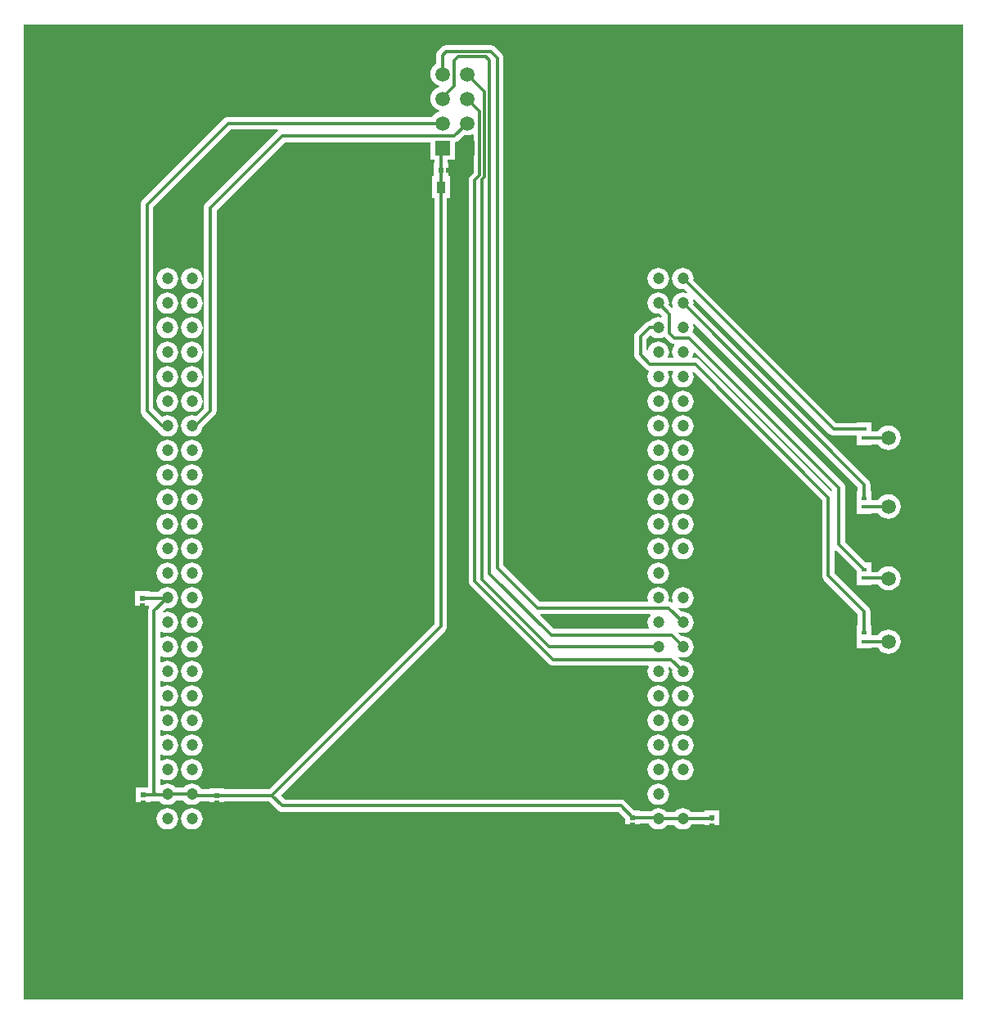
<source format=gtl>
G04*
G04 #@! TF.GenerationSoftware,Altium Limited,Altium NEXUS,1.1.6 (48)*
G04*
G04 Layer_Physical_Order=1*
G04 Layer_Color=255*
%FSLAX25Y25*%
%MOIN*%
G70*
G01*
G75*
%ADD10R,0.02165X0.01772*%
%ADD11R,0.03347X0.05118*%
%ADD12R,0.02047X0.02047*%
%ADD13R,0.02047X0.02047*%
%ADD14C,0.01181*%
%ADD15C,0.05906*%
%ADD16R,0.05906X0.05906*%
%ADD17R,0.05906X0.05906*%
%ADD18C,0.04725*%
%ADD19O,0.04724X0.04725*%
%ADD20R,0.04725X0.04725*%
G36*
X1145571Y86909D02*
X762894Y86910D01*
X762894Y484004D01*
X1145571D01*
X1145571Y86909D01*
D02*
G37*
%LPC*%
G36*
X1021504Y384933D02*
X1020373Y384785D01*
X1019320Y384348D01*
X1018415Y383654D01*
X1017721Y382749D01*
X1017284Y381696D01*
X1017136Y380565D01*
X1017284Y379434D01*
X1017721Y378381D01*
X1018415Y377476D01*
X1019320Y376782D01*
X1020373Y376346D01*
X1021504Y376197D01*
X1022635Y376346D01*
X1023688Y376782D01*
X1024593Y377476D01*
X1025287Y378381D01*
X1025723Y379434D01*
X1025872Y380565D01*
X1025723Y381696D01*
X1025287Y382749D01*
X1024593Y383654D01*
X1023688Y384348D01*
X1022635Y384785D01*
X1021504Y384933D01*
D02*
G37*
G36*
X831504D02*
X830373Y384785D01*
X829320Y384348D01*
X828415Y383654D01*
X827721Y382749D01*
X827285Y381696D01*
X827136Y380565D01*
X827285Y379434D01*
X827721Y378381D01*
X828415Y377476D01*
X829320Y376782D01*
X830373Y376346D01*
X831504Y376197D01*
X832635Y376346D01*
X833688Y376782D01*
X834593Y377476D01*
X835287Y378381D01*
X835723Y379434D01*
X835872Y380565D01*
X835723Y381696D01*
X835287Y382749D01*
X834593Y383654D01*
X833688Y384348D01*
X832635Y384785D01*
X831504Y384933D01*
D02*
G37*
G36*
X821504D02*
X820373Y384785D01*
X819320Y384348D01*
X818415Y383654D01*
X817721Y382749D01*
X817284Y381696D01*
X817136Y380565D01*
X817284Y379434D01*
X817721Y378381D01*
X818415Y377476D01*
X819320Y376782D01*
X820373Y376346D01*
X821504Y376197D01*
X822635Y376346D01*
X823688Y376782D01*
X824593Y377476D01*
X825287Y378381D01*
X825723Y379434D01*
X825872Y380565D01*
X825723Y381696D01*
X825287Y382749D01*
X824593Y383654D01*
X823688Y384348D01*
X822635Y384785D01*
X821504Y384933D01*
D02*
G37*
G36*
X1031504D02*
X1030373Y384785D01*
X1029320Y384348D01*
X1028415Y383654D01*
X1027721Y382749D01*
X1027285Y381696D01*
X1027136Y380565D01*
X1027285Y379434D01*
X1027721Y378381D01*
X1028415Y377476D01*
X1029320Y376782D01*
X1030373Y376346D01*
X1031504Y376197D01*
X1032139Y376280D01*
X1033417Y375002D01*
X1033134Y374578D01*
X1032635Y374785D01*
X1031504Y374934D01*
X1030373Y374785D01*
X1029320Y374348D01*
X1028415Y373654D01*
X1027721Y372749D01*
X1027285Y371696D01*
X1027136Y370565D01*
X1027285Y369434D01*
X1027491Y368935D01*
X1027067Y368652D01*
X1025789Y369931D01*
X1025872Y370565D01*
X1025723Y371696D01*
X1025287Y372749D01*
X1024593Y373654D01*
X1023688Y374348D01*
X1022635Y374785D01*
X1021504Y374934D01*
X1020373Y374785D01*
X1019320Y374348D01*
X1018415Y373654D01*
X1017721Y372749D01*
X1017284Y371696D01*
X1017136Y370565D01*
X1017284Y369434D01*
X1017721Y368381D01*
X1018415Y367476D01*
X1019320Y366782D01*
X1020373Y366346D01*
X1021504Y366197D01*
X1022139Y366280D01*
X1023102Y365317D01*
X1023085Y365139D01*
X1022714Y364847D01*
X1022548Y364796D01*
X1021504Y364933D01*
X1020373Y364785D01*
X1019320Y364348D01*
X1018415Y363654D01*
X1018025Y363146D01*
X1017849D01*
X1017181Y363058D01*
X1016558Y362800D01*
X1016023Y362390D01*
X1012348Y358715D01*
X1011938Y358180D01*
X1011680Y357558D01*
X1011592Y356890D01*
Y349508D01*
X1011680Y348840D01*
X1011938Y348217D01*
X1012348Y347683D01*
X1016187Y343844D01*
X1016721Y343434D01*
X1017344Y343176D01*
X1017477Y343159D01*
X1017671Y342629D01*
X1017284Y341696D01*
X1017136Y340565D01*
X1017284Y339435D01*
X1017721Y338381D01*
X1018415Y337476D01*
X1019320Y336782D01*
X1020373Y336346D01*
X1021504Y336197D01*
X1022635Y336346D01*
X1023688Y336782D01*
X1024593Y337476D01*
X1025287Y338381D01*
X1025723Y339435D01*
X1025872Y340565D01*
X1025723Y341696D01*
X1025354Y342588D01*
X1025601Y343088D01*
X1027407D01*
X1027654Y342588D01*
X1027285Y341696D01*
X1027136Y340565D01*
X1027285Y339435D01*
X1027721Y338381D01*
X1028415Y337476D01*
X1029320Y336782D01*
X1030373Y336346D01*
X1031504Y336197D01*
X1032635Y336346D01*
X1033688Y336782D01*
X1034593Y337476D01*
X1035287Y338381D01*
X1035723Y339435D01*
X1035872Y340565D01*
X1035723Y341696D01*
X1035435Y342393D01*
X1035859Y342676D01*
X1088167Y290368D01*
Y259547D01*
X1088255Y258879D01*
X1088513Y258257D01*
X1088923Y257722D01*
X1102734Y243911D01*
Y239173D01*
X1102264D01*
Y233465D01*
Y229921D01*
X1108366D01*
Y230194D01*
X1110919D01*
X1111707Y229167D01*
X1112735Y228379D01*
X1113932Y227883D01*
X1115217Y227713D01*
X1116501Y227883D01*
X1117698Y228379D01*
X1118726Y229167D01*
X1119515Y230195D01*
X1120011Y231393D01*
X1120180Y232677D01*
X1120011Y233962D01*
X1119515Y235159D01*
X1118726Y236187D01*
X1117698Y236976D01*
X1116501Y237472D01*
X1115217Y237641D01*
X1113932Y237472D01*
X1112735Y236976D01*
X1111707Y236187D01*
X1111069Y235357D01*
X1108366D01*
Y239173D01*
X1107896D01*
Y244980D01*
X1107808Y245648D01*
X1107550Y246271D01*
X1107140Y246806D01*
X1093329Y260616D01*
Y269789D01*
X1093791Y269980D01*
X1102264Y261507D01*
Y259252D01*
Y255709D01*
X1108366D01*
Y255982D01*
X1110919D01*
X1111707Y254955D01*
X1112735Y254166D01*
X1113932Y253670D01*
X1115217Y253501D01*
X1116501Y253670D01*
X1117698Y254166D01*
X1118726Y254955D01*
X1119515Y255983D01*
X1120011Y257180D01*
X1120180Y258465D01*
X1120011Y259749D01*
X1119515Y260946D01*
X1118726Y261974D01*
X1117698Y262763D01*
X1116501Y263259D01*
X1115217Y263428D01*
X1113932Y263259D01*
X1112735Y262763D01*
X1111707Y261974D01*
X1111069Y261144D01*
X1108366D01*
Y264961D01*
X1106111D01*
X1097660Y273412D01*
Y295434D01*
X1097572Y296102D01*
X1097314Y296725D01*
X1096904Y297259D01*
X1035940Y358223D01*
X1035406Y358633D01*
X1035399Y358650D01*
X1035723Y359435D01*
X1035872Y360565D01*
X1035723Y361696D01*
X1035517Y362195D01*
X1035941Y362478D01*
X1102734Y295685D01*
Y293996D01*
X1102264D01*
Y288287D01*
Y284744D01*
X1108366D01*
Y285017D01*
X1111069D01*
X1111707Y284187D01*
X1112735Y283398D01*
X1113932Y282902D01*
X1115217Y282733D01*
X1116501Y282902D01*
X1117698Y283398D01*
X1118726Y284187D01*
X1119515Y285215D01*
X1120011Y286412D01*
X1120180Y287697D01*
X1120011Y288982D01*
X1119515Y290179D01*
X1118726Y291207D01*
X1117698Y291996D01*
X1116501Y292491D01*
X1115217Y292661D01*
X1113932Y292491D01*
X1112735Y291996D01*
X1111707Y291207D01*
X1110919Y290179D01*
X1108366D01*
Y293996D01*
X1107896D01*
Y296754D01*
X1107808Y297422D01*
X1107550Y298045D01*
X1107140Y298579D01*
X1035789Y369931D01*
X1035872Y370565D01*
X1035723Y371696D01*
X1035517Y372195D01*
X1035941Y372478D01*
X1091051Y317368D01*
X1091586Y316958D01*
X1092208Y316700D01*
X1092876Y316612D01*
X1102264D01*
Y312795D01*
X1108366D01*
Y313068D01*
X1111069D01*
X1111707Y312238D01*
X1112735Y311449D01*
X1113932Y310953D01*
X1115217Y310784D01*
X1116501Y310953D01*
X1117698Y311449D01*
X1118726Y312238D01*
X1119515Y313266D01*
X1120011Y314463D01*
X1120180Y315748D01*
X1120011Y317033D01*
X1119515Y318230D01*
X1118726Y319258D01*
X1117698Y320047D01*
X1116501Y320543D01*
X1115217Y320712D01*
X1113932Y320543D01*
X1112735Y320047D01*
X1111707Y319258D01*
X1110919Y318231D01*
X1108366D01*
Y322047D01*
X1102264D01*
Y321774D01*
X1093945D01*
X1035789Y379930D01*
X1035872Y380565D01*
X1035723Y381696D01*
X1035287Y382749D01*
X1034593Y383654D01*
X1033688Y384348D01*
X1032635Y384785D01*
X1031504Y384933D01*
D02*
G37*
G36*
X831504Y374934D02*
X830373Y374785D01*
X829320Y374348D01*
X828415Y373654D01*
X827721Y372749D01*
X827285Y371696D01*
X827136Y370565D01*
X827285Y369434D01*
X827721Y368381D01*
X828415Y367476D01*
X829320Y366782D01*
X830373Y366346D01*
X831504Y366197D01*
X832635Y366346D01*
X833688Y366782D01*
X834593Y367476D01*
X835287Y368381D01*
X835723Y369434D01*
X835872Y370565D01*
X835723Y371696D01*
X835287Y372749D01*
X834593Y373654D01*
X833688Y374348D01*
X832635Y374785D01*
X831504Y374934D01*
D02*
G37*
G36*
X821504D02*
X820373Y374785D01*
X819320Y374348D01*
X818415Y373654D01*
X817721Y372749D01*
X817284Y371696D01*
X817136Y370565D01*
X817284Y369434D01*
X817721Y368381D01*
X818415Y367476D01*
X819320Y366782D01*
X820373Y366346D01*
X821504Y366197D01*
X822635Y366346D01*
X823688Y366782D01*
X824593Y367476D01*
X825287Y368381D01*
X825723Y369434D01*
X825872Y370565D01*
X825723Y371696D01*
X825287Y372749D01*
X824593Y373654D01*
X823688Y374348D01*
X822635Y374785D01*
X821504Y374934D01*
D02*
G37*
G36*
X831504Y364933D02*
X830373Y364785D01*
X829320Y364348D01*
X828415Y363654D01*
X827721Y362749D01*
X827285Y361696D01*
X827136Y360565D01*
X827285Y359435D01*
X827721Y358381D01*
X828415Y357476D01*
X829320Y356782D01*
X830373Y356346D01*
X831504Y356197D01*
X832635Y356346D01*
X833688Y356782D01*
X834593Y357476D01*
X835287Y358381D01*
X835723Y359435D01*
X835872Y360565D01*
X835723Y361696D01*
X835287Y362749D01*
X834593Y363654D01*
X833688Y364348D01*
X832635Y364785D01*
X831504Y364933D01*
D02*
G37*
G36*
X821504D02*
X820373Y364785D01*
X819320Y364348D01*
X818415Y363654D01*
X817721Y362749D01*
X817284Y361696D01*
X817136Y360565D01*
X817284Y359435D01*
X817721Y358381D01*
X818415Y357476D01*
X819320Y356782D01*
X820373Y356346D01*
X821504Y356197D01*
X822635Y356346D01*
X823688Y356782D01*
X824593Y357476D01*
X825287Y358381D01*
X825723Y359435D01*
X825872Y360565D01*
X825723Y361696D01*
X825287Y362749D01*
X824593Y363654D01*
X823688Y364348D01*
X822635Y364785D01*
X821504Y364933D01*
D02*
G37*
G36*
X831504Y354934D02*
X830373Y354785D01*
X829320Y354348D01*
X828415Y353654D01*
X827721Y352749D01*
X827285Y351696D01*
X827136Y350565D01*
X827285Y349434D01*
X827721Y348381D01*
X828415Y347476D01*
X829320Y346782D01*
X830373Y346346D01*
X831504Y346197D01*
X832635Y346346D01*
X833688Y346782D01*
X834593Y347476D01*
X835287Y348381D01*
X835723Y349434D01*
X835872Y350565D01*
X835723Y351696D01*
X835287Y352749D01*
X834593Y353654D01*
X833688Y354348D01*
X832635Y354785D01*
X831504Y354934D01*
D02*
G37*
G36*
X821504D02*
X820373Y354785D01*
X819320Y354348D01*
X818415Y353654D01*
X817721Y352749D01*
X817284Y351696D01*
X817136Y350565D01*
X817284Y349434D01*
X817721Y348381D01*
X818415Y347476D01*
X819320Y346782D01*
X820373Y346346D01*
X821504Y346197D01*
X822635Y346346D01*
X823688Y346782D01*
X824593Y347476D01*
X825287Y348381D01*
X825723Y349434D01*
X825872Y350565D01*
X825723Y351696D01*
X825287Y352749D01*
X824593Y353654D01*
X823688Y354348D01*
X822635Y354785D01*
X821504Y354934D01*
D02*
G37*
G36*
X831504Y344934D02*
X830373Y344785D01*
X829320Y344348D01*
X828415Y343654D01*
X827721Y342749D01*
X827285Y341696D01*
X827136Y340565D01*
X827285Y339435D01*
X827721Y338381D01*
X828415Y337476D01*
X829320Y336782D01*
X830373Y336346D01*
X831504Y336197D01*
X832635Y336346D01*
X833688Y336782D01*
X834593Y337476D01*
X835287Y338381D01*
X835723Y339435D01*
X835872Y340565D01*
X835723Y341696D01*
X835287Y342749D01*
X834593Y343654D01*
X833688Y344348D01*
X832635Y344785D01*
X831504Y344934D01*
D02*
G37*
G36*
X821504D02*
X820373Y344785D01*
X819320Y344348D01*
X818415Y343654D01*
X817721Y342749D01*
X817284Y341696D01*
X817136Y340565D01*
X817284Y339435D01*
X817721Y338381D01*
X818415Y337476D01*
X819320Y336782D01*
X820373Y336346D01*
X821504Y336197D01*
X822635Y336346D01*
X823688Y336782D01*
X824593Y337476D01*
X825287Y338381D01*
X825723Y339435D01*
X825872Y340565D01*
X825723Y341696D01*
X825287Y342749D01*
X824593Y343654D01*
X823688Y344348D01*
X822635Y344785D01*
X821504Y344934D01*
D02*
G37*
G36*
X1031504Y334933D02*
X1030373Y334785D01*
X1029320Y334348D01*
X1028415Y333654D01*
X1027721Y332749D01*
X1027285Y331696D01*
X1027136Y330565D01*
X1027285Y329434D01*
X1027721Y328381D01*
X1028415Y327476D01*
X1029320Y326782D01*
X1030373Y326346D01*
X1031504Y326197D01*
X1032635Y326346D01*
X1033688Y326782D01*
X1034593Y327476D01*
X1035287Y328381D01*
X1035723Y329434D01*
X1035872Y330565D01*
X1035723Y331696D01*
X1035287Y332749D01*
X1034593Y333654D01*
X1033688Y334348D01*
X1032635Y334785D01*
X1031504Y334933D01*
D02*
G37*
G36*
X1021504D02*
X1020373Y334785D01*
X1019320Y334348D01*
X1018415Y333654D01*
X1017721Y332749D01*
X1017284Y331696D01*
X1017136Y330565D01*
X1017284Y329434D01*
X1017721Y328381D01*
X1018415Y327476D01*
X1019320Y326782D01*
X1020373Y326346D01*
X1021504Y326197D01*
X1022635Y326346D01*
X1023688Y326782D01*
X1024593Y327476D01*
X1025287Y328381D01*
X1025723Y329434D01*
X1025872Y330565D01*
X1025723Y331696D01*
X1025287Y332749D01*
X1024593Y333654D01*
X1023688Y334348D01*
X1022635Y334785D01*
X1021504Y334933D01*
D02*
G37*
G36*
X831504D02*
X830373Y334785D01*
X829320Y334348D01*
X828415Y333654D01*
X827721Y332749D01*
X827285Y331696D01*
X827136Y330565D01*
X827285Y329434D01*
X827721Y328381D01*
X828415Y327476D01*
X829320Y326782D01*
X830373Y326346D01*
X831504Y326197D01*
X832635Y326346D01*
X833688Y326782D01*
X834593Y327476D01*
X835287Y328381D01*
X835723Y329434D01*
X835872Y330565D01*
X835723Y331696D01*
X835287Y332749D01*
X834593Y333654D01*
X833688Y334348D01*
X832635Y334785D01*
X831504Y334933D01*
D02*
G37*
G36*
X821504D02*
X820373Y334785D01*
X819320Y334348D01*
X818415Y333654D01*
X817721Y332749D01*
X817284Y331696D01*
X817136Y330565D01*
X817284Y329434D01*
X817721Y328381D01*
X818415Y327476D01*
X819320Y326782D01*
X820373Y326346D01*
X821504Y326197D01*
X822635Y326346D01*
X823688Y326782D01*
X824593Y327476D01*
X825287Y328381D01*
X825723Y329434D01*
X825872Y330565D01*
X825723Y331696D01*
X825287Y332749D01*
X824593Y333654D01*
X823688Y334348D01*
X822635Y334785D01*
X821504Y334933D01*
D02*
G37*
G36*
X1031504Y324934D02*
X1030373Y324785D01*
X1029320Y324348D01*
X1028415Y323654D01*
X1027721Y322749D01*
X1027285Y321696D01*
X1027136Y320565D01*
X1027285Y319434D01*
X1027721Y318381D01*
X1028415Y317476D01*
X1029320Y316782D01*
X1030373Y316346D01*
X1031504Y316197D01*
X1032635Y316346D01*
X1033688Y316782D01*
X1034593Y317476D01*
X1035287Y318381D01*
X1035723Y319434D01*
X1035872Y320565D01*
X1035723Y321696D01*
X1035287Y322749D01*
X1034593Y323654D01*
X1033688Y324348D01*
X1032635Y324785D01*
X1031504Y324934D01*
D02*
G37*
G36*
X1021504D02*
X1020373Y324785D01*
X1019320Y324348D01*
X1018415Y323654D01*
X1017721Y322749D01*
X1017284Y321696D01*
X1017136Y320565D01*
X1017284Y319434D01*
X1017721Y318381D01*
X1018415Y317476D01*
X1019320Y316782D01*
X1020373Y316346D01*
X1021504Y316197D01*
X1022635Y316346D01*
X1023688Y316782D01*
X1024593Y317476D01*
X1025287Y318381D01*
X1025723Y319434D01*
X1025872Y320565D01*
X1025723Y321696D01*
X1025287Y322749D01*
X1024593Y323654D01*
X1023688Y324348D01*
X1022635Y324785D01*
X1021504Y324934D01*
D02*
G37*
G36*
X1031504Y314933D02*
X1030373Y314785D01*
X1029320Y314348D01*
X1028415Y313654D01*
X1027721Y312749D01*
X1027285Y311696D01*
X1027136Y310565D01*
X1027285Y309435D01*
X1027721Y308381D01*
X1028415Y307476D01*
X1029320Y306782D01*
X1030373Y306346D01*
X1031504Y306197D01*
X1032635Y306346D01*
X1033688Y306782D01*
X1034593Y307476D01*
X1035287Y308381D01*
X1035723Y309435D01*
X1035872Y310565D01*
X1035723Y311696D01*
X1035287Y312749D01*
X1034593Y313654D01*
X1033688Y314348D01*
X1032635Y314785D01*
X1031504Y314933D01*
D02*
G37*
G36*
X1021504D02*
X1020373Y314785D01*
X1019320Y314348D01*
X1018415Y313654D01*
X1017721Y312749D01*
X1017284Y311696D01*
X1017136Y310565D01*
X1017284Y309435D01*
X1017721Y308381D01*
X1018415Y307476D01*
X1019320Y306782D01*
X1020373Y306346D01*
X1021504Y306197D01*
X1022635Y306346D01*
X1023688Y306782D01*
X1024593Y307476D01*
X1025287Y308381D01*
X1025723Y309435D01*
X1025872Y310565D01*
X1025723Y311696D01*
X1025287Y312749D01*
X1024593Y313654D01*
X1023688Y314348D01*
X1022635Y314785D01*
X1021504Y314933D01*
D02*
G37*
G36*
X831504D02*
X830373Y314785D01*
X829320Y314348D01*
X828415Y313654D01*
X827721Y312749D01*
X827285Y311696D01*
X827136Y310565D01*
X827285Y309435D01*
X827721Y308381D01*
X828415Y307476D01*
X829320Y306782D01*
X830373Y306346D01*
X831504Y306197D01*
X832635Y306346D01*
X833688Y306782D01*
X834593Y307476D01*
X835287Y308381D01*
X835723Y309435D01*
X835872Y310565D01*
X835723Y311696D01*
X835287Y312749D01*
X834593Y313654D01*
X833688Y314348D01*
X832635Y314785D01*
X831504Y314933D01*
D02*
G37*
G36*
X821504D02*
X820373Y314785D01*
X819320Y314348D01*
X818415Y313654D01*
X817721Y312749D01*
X817284Y311696D01*
X817136Y310565D01*
X817284Y309435D01*
X817721Y308381D01*
X818415Y307476D01*
X819320Y306782D01*
X820373Y306346D01*
X821504Y306197D01*
X822635Y306346D01*
X823688Y306782D01*
X824593Y307476D01*
X825287Y308381D01*
X825723Y309435D01*
X825872Y310565D01*
X825723Y311696D01*
X825287Y312749D01*
X824593Y313654D01*
X823688Y314348D01*
X822635Y314785D01*
X821504Y314933D01*
D02*
G37*
G36*
X1031504Y304934D02*
X1030373Y304785D01*
X1029320Y304348D01*
X1028415Y303654D01*
X1027721Y302749D01*
X1027285Y301696D01*
X1027136Y300565D01*
X1027285Y299434D01*
X1027721Y298381D01*
X1028415Y297476D01*
X1029320Y296782D01*
X1030373Y296346D01*
X1031504Y296197D01*
X1032635Y296346D01*
X1033688Y296782D01*
X1034593Y297476D01*
X1035287Y298381D01*
X1035723Y299434D01*
X1035872Y300565D01*
X1035723Y301696D01*
X1035287Y302749D01*
X1034593Y303654D01*
X1033688Y304348D01*
X1032635Y304785D01*
X1031504Y304934D01*
D02*
G37*
G36*
X1021504D02*
X1020373Y304785D01*
X1019320Y304348D01*
X1018415Y303654D01*
X1017721Y302749D01*
X1017284Y301696D01*
X1017136Y300565D01*
X1017284Y299434D01*
X1017721Y298381D01*
X1018415Y297476D01*
X1019320Y296782D01*
X1020373Y296346D01*
X1021504Y296197D01*
X1022635Y296346D01*
X1023688Y296782D01*
X1024593Y297476D01*
X1025287Y298381D01*
X1025723Y299434D01*
X1025872Y300565D01*
X1025723Y301696D01*
X1025287Y302749D01*
X1024593Y303654D01*
X1023688Y304348D01*
X1022635Y304785D01*
X1021504Y304934D01*
D02*
G37*
G36*
X831504D02*
X830373Y304785D01*
X829320Y304348D01*
X828415Y303654D01*
X827721Y302749D01*
X827285Y301696D01*
X827136Y300565D01*
X827285Y299434D01*
X827721Y298381D01*
X828415Y297476D01*
X829320Y296782D01*
X830373Y296346D01*
X831504Y296197D01*
X832635Y296346D01*
X833688Y296782D01*
X834593Y297476D01*
X835287Y298381D01*
X835723Y299434D01*
X835872Y300565D01*
X835723Y301696D01*
X835287Y302749D01*
X834593Y303654D01*
X833688Y304348D01*
X832635Y304785D01*
X831504Y304934D01*
D02*
G37*
G36*
X821504D02*
X820373Y304785D01*
X819320Y304348D01*
X818415Y303654D01*
X817721Y302749D01*
X817284Y301696D01*
X817136Y300565D01*
X817284Y299434D01*
X817721Y298381D01*
X818415Y297476D01*
X819320Y296782D01*
X820373Y296346D01*
X821504Y296197D01*
X822635Y296346D01*
X823688Y296782D01*
X824593Y297476D01*
X825287Y298381D01*
X825723Y299434D01*
X825872Y300565D01*
X825723Y301696D01*
X825287Y302749D01*
X824593Y303654D01*
X823688Y304348D01*
X822635Y304785D01*
X821504Y304934D01*
D02*
G37*
G36*
X1031504Y294934D02*
X1030373Y294785D01*
X1029320Y294348D01*
X1028415Y293654D01*
X1027721Y292749D01*
X1027285Y291696D01*
X1027136Y290565D01*
X1027285Y289435D01*
X1027721Y288381D01*
X1028415Y287476D01*
X1029320Y286782D01*
X1030373Y286346D01*
X1031504Y286197D01*
X1032635Y286346D01*
X1033688Y286782D01*
X1034593Y287476D01*
X1035287Y288381D01*
X1035723Y289435D01*
X1035872Y290565D01*
X1035723Y291696D01*
X1035287Y292749D01*
X1034593Y293654D01*
X1033688Y294348D01*
X1032635Y294785D01*
X1031504Y294934D01*
D02*
G37*
G36*
X1021504D02*
X1020373Y294785D01*
X1019320Y294348D01*
X1018415Y293654D01*
X1017721Y292749D01*
X1017284Y291696D01*
X1017136Y290565D01*
X1017284Y289435D01*
X1017721Y288381D01*
X1018415Y287476D01*
X1019320Y286782D01*
X1020373Y286346D01*
X1021504Y286197D01*
X1022635Y286346D01*
X1023688Y286782D01*
X1024593Y287476D01*
X1025287Y288381D01*
X1025723Y289435D01*
X1025872Y290565D01*
X1025723Y291696D01*
X1025287Y292749D01*
X1024593Y293654D01*
X1023688Y294348D01*
X1022635Y294785D01*
X1021504Y294934D01*
D02*
G37*
G36*
X831504D02*
X830373Y294785D01*
X829320Y294348D01*
X828415Y293654D01*
X827721Y292749D01*
X827285Y291696D01*
X827136Y290565D01*
X827285Y289435D01*
X827721Y288381D01*
X828415Y287476D01*
X829320Y286782D01*
X830373Y286346D01*
X831504Y286197D01*
X832635Y286346D01*
X833688Y286782D01*
X834593Y287476D01*
X835287Y288381D01*
X835723Y289435D01*
X835872Y290565D01*
X835723Y291696D01*
X835287Y292749D01*
X834593Y293654D01*
X833688Y294348D01*
X832635Y294785D01*
X831504Y294934D01*
D02*
G37*
G36*
X821504D02*
X820373Y294785D01*
X819320Y294348D01*
X818415Y293654D01*
X817721Y292749D01*
X817284Y291696D01*
X817136Y290565D01*
X817284Y289435D01*
X817721Y288381D01*
X818415Y287476D01*
X819320Y286782D01*
X820373Y286346D01*
X821504Y286197D01*
X822635Y286346D01*
X823688Y286782D01*
X824593Y287476D01*
X825287Y288381D01*
X825723Y289435D01*
X825872Y290565D01*
X825723Y291696D01*
X825287Y292749D01*
X824593Y293654D01*
X823688Y294348D01*
X822635Y294785D01*
X821504Y294934D01*
D02*
G37*
G36*
X1031504Y284933D02*
X1030373Y284785D01*
X1029320Y284348D01*
X1028415Y283654D01*
X1027721Y282749D01*
X1027285Y281696D01*
X1027136Y280565D01*
X1027285Y279434D01*
X1027721Y278381D01*
X1028415Y277476D01*
X1029320Y276782D01*
X1030373Y276346D01*
X1031504Y276197D01*
X1032635Y276346D01*
X1033688Y276782D01*
X1034593Y277476D01*
X1035287Y278381D01*
X1035723Y279434D01*
X1035872Y280565D01*
X1035723Y281696D01*
X1035287Y282749D01*
X1034593Y283654D01*
X1033688Y284348D01*
X1032635Y284785D01*
X1031504Y284933D01*
D02*
G37*
G36*
X1021504D02*
X1020373Y284785D01*
X1019320Y284348D01*
X1018415Y283654D01*
X1017721Y282749D01*
X1017284Y281696D01*
X1017136Y280565D01*
X1017284Y279434D01*
X1017721Y278381D01*
X1018415Y277476D01*
X1019320Y276782D01*
X1020373Y276346D01*
X1021504Y276197D01*
X1022635Y276346D01*
X1023688Y276782D01*
X1024593Y277476D01*
X1025287Y278381D01*
X1025723Y279434D01*
X1025872Y280565D01*
X1025723Y281696D01*
X1025287Y282749D01*
X1024593Y283654D01*
X1023688Y284348D01*
X1022635Y284785D01*
X1021504Y284933D01*
D02*
G37*
G36*
X831504D02*
X830373Y284785D01*
X829320Y284348D01*
X828415Y283654D01*
X827721Y282749D01*
X827285Y281696D01*
X827136Y280565D01*
X827285Y279434D01*
X827721Y278381D01*
X828415Y277476D01*
X829320Y276782D01*
X830373Y276346D01*
X831504Y276197D01*
X832635Y276346D01*
X833688Y276782D01*
X834593Y277476D01*
X835287Y278381D01*
X835723Y279434D01*
X835872Y280565D01*
X835723Y281696D01*
X835287Y282749D01*
X834593Y283654D01*
X833688Y284348D01*
X832635Y284785D01*
X831504Y284933D01*
D02*
G37*
G36*
X821504D02*
X820373Y284785D01*
X819320Y284348D01*
X818415Y283654D01*
X817721Y282749D01*
X817284Y281696D01*
X817136Y280565D01*
X817284Y279434D01*
X817721Y278381D01*
X818415Y277476D01*
X819320Y276782D01*
X820373Y276346D01*
X821504Y276197D01*
X822635Y276346D01*
X823688Y276782D01*
X824593Y277476D01*
X825287Y278381D01*
X825723Y279434D01*
X825872Y280565D01*
X825723Y281696D01*
X825287Y282749D01*
X824593Y283654D01*
X823688Y284348D01*
X822635Y284785D01*
X821504Y284933D01*
D02*
G37*
G36*
X1031504Y274934D02*
X1030373Y274785D01*
X1029320Y274348D01*
X1028415Y273654D01*
X1027721Y272749D01*
X1027285Y271696D01*
X1027136Y270565D01*
Y270565D01*
X1027285Y269434D01*
X1027721Y268381D01*
X1028415Y267476D01*
X1029320Y266782D01*
X1030373Y266346D01*
X1031504Y266197D01*
X1032635Y266346D01*
X1033688Y266782D01*
X1034593Y267476D01*
X1035287Y268381D01*
X1035723Y269434D01*
X1035872Y270565D01*
Y270565D01*
X1035723Y271696D01*
X1035287Y272749D01*
X1034593Y273654D01*
X1033688Y274348D01*
X1032635Y274785D01*
X1031504Y274934D01*
D02*
G37*
G36*
X1021504D02*
X1020373Y274785D01*
X1019320Y274348D01*
X1018415Y273654D01*
X1017721Y272749D01*
X1017284Y271696D01*
X1017136Y270565D01*
X1017284Y269434D01*
X1017721Y268381D01*
X1018415Y267476D01*
X1019320Y266782D01*
X1020373Y266346D01*
X1021504Y266197D01*
X1022635Y266346D01*
X1023688Y266782D01*
X1024593Y267476D01*
X1025287Y268381D01*
X1025723Y269434D01*
X1025872Y270565D01*
X1025723Y271696D01*
X1025287Y272749D01*
X1024593Y273654D01*
X1023688Y274348D01*
X1022635Y274785D01*
X1021504Y274934D01*
D02*
G37*
G36*
X831504D02*
X830373Y274785D01*
X829320Y274348D01*
X828415Y273654D01*
X827721Y272749D01*
X827285Y271696D01*
X827136Y270565D01*
X827285Y269434D01*
X827721Y268381D01*
X828415Y267476D01*
X829320Y266782D01*
X830373Y266346D01*
X831504Y266197D01*
X832635Y266346D01*
X833688Y266782D01*
X834593Y267476D01*
X835287Y268381D01*
X835723Y269434D01*
X835872Y270565D01*
X835723Y271696D01*
X835287Y272749D01*
X834593Y273654D01*
X833688Y274348D01*
X832635Y274785D01*
X831504Y274934D01*
D02*
G37*
G36*
X821504D02*
X820373Y274785D01*
X819320Y274348D01*
X818415Y273654D01*
X817721Y272749D01*
X817284Y271696D01*
X817136Y270565D01*
X817284Y269434D01*
X817721Y268381D01*
X818415Y267476D01*
X819320Y266782D01*
X820373Y266346D01*
X821504Y266197D01*
X822635Y266346D01*
X823688Y266782D01*
X824593Y267476D01*
X825287Y268381D01*
X825723Y269434D01*
X825872Y270565D01*
X825723Y271696D01*
X825287Y272749D01*
X824593Y273654D01*
X823688Y274348D01*
X822635Y274785D01*
X821504Y274934D01*
D02*
G37*
G36*
X1021504Y264933D02*
X1020373Y264785D01*
X1019320Y264348D01*
X1018415Y263654D01*
X1017721Y262749D01*
X1017284Y261696D01*
X1017136Y260565D01*
X1017284Y259435D01*
X1017721Y258381D01*
X1018415Y257476D01*
X1019320Y256782D01*
X1020373Y256346D01*
X1021504Y256197D01*
X1022635Y256346D01*
X1023688Y256782D01*
X1024593Y257476D01*
X1025287Y258381D01*
X1025723Y259435D01*
X1025872Y260565D01*
X1025723Y261696D01*
X1025287Y262749D01*
X1024593Y263654D01*
X1023688Y264348D01*
X1022635Y264785D01*
X1021504Y264933D01*
D02*
G37*
G36*
X831504D02*
X830373Y264785D01*
X829320Y264348D01*
X828415Y263654D01*
X827721Y262749D01*
X827285Y261696D01*
X827136Y260565D01*
X827285Y259435D01*
X827721Y258381D01*
X828415Y257476D01*
X829320Y256782D01*
X830373Y256346D01*
X831504Y256197D01*
X832635Y256346D01*
X833688Y256782D01*
X834593Y257476D01*
X835287Y258381D01*
X835723Y259435D01*
X835872Y260565D01*
X835723Y261696D01*
X835287Y262749D01*
X834593Y263654D01*
X833688Y264348D01*
X832635Y264785D01*
X831504Y264933D01*
D02*
G37*
G36*
X821504D02*
X820373Y264785D01*
X819320Y264348D01*
X818415Y263654D01*
X817721Y262749D01*
X817284Y261696D01*
X817136Y260565D01*
X817284Y259435D01*
X817721Y258381D01*
X818415Y257476D01*
X819320Y256782D01*
X820373Y256346D01*
X821504Y256197D01*
X822635Y256346D01*
X823688Y256782D01*
X824593Y257476D01*
X825287Y258381D01*
X825723Y259435D01*
X825872Y260565D01*
X825723Y261696D01*
X825287Y262749D01*
X824593Y263654D01*
X823688Y264348D01*
X822635Y264785D01*
X821504Y264933D01*
D02*
G37*
G36*
X953325Y475514D02*
X935079D01*
X934411Y475426D01*
X933788Y475168D01*
X933254Y474758D01*
X931758Y473262D01*
X931347Y472728D01*
X931089Y472105D01*
X931001Y471437D01*
Y468009D01*
X930073Y467296D01*
X929284Y466268D01*
X928788Y465071D01*
X928619Y463786D01*
X928788Y462502D01*
X929284Y461305D01*
X930073Y460276D01*
X931101Y459488D01*
X932174Y459043D01*
X932175Y459042D01*
Y458531D01*
X932174Y458530D01*
X931101Y458085D01*
X930073Y457296D01*
X929284Y456268D01*
X928788Y455071D01*
X928619Y453786D01*
X928788Y452502D01*
X929284Y451304D01*
X930073Y450276D01*
X931101Y449488D01*
X932174Y449043D01*
X932175Y449042D01*
Y448530D01*
X932174Y448530D01*
X931101Y448085D01*
X930073Y447296D01*
X929360Y446368D01*
X846306D01*
X845638Y446279D01*
X845016Y446022D01*
X844481Y445611D01*
X811364Y412494D01*
X810954Y411960D01*
X810696Y411337D01*
X810608Y410669D01*
Y326575D01*
X810696Y325907D01*
X810954Y325284D01*
X811364Y324750D01*
X817373Y318740D01*
X817665Y318516D01*
X817721Y318381D01*
X818415Y317476D01*
X819320Y316782D01*
X820373Y316346D01*
X821504Y316197D01*
X822635Y316346D01*
X823688Y316782D01*
X824593Y317476D01*
X825287Y318381D01*
X825723Y319434D01*
X825872Y320565D01*
X825723Y321696D01*
X825287Y322749D01*
X824593Y323654D01*
X823688Y324348D01*
X822635Y324785D01*
X821504Y324934D01*
X820373Y324785D01*
X819320Y324348D01*
X819176Y324238D01*
X815770Y327644D01*
Y409600D01*
X847375Y441205D01*
X866473D01*
X866643Y440705D01*
X866383Y440506D01*
X837151Y411274D01*
X836741Y410739D01*
X836483Y410117D01*
X836395Y409449D01*
Y327724D01*
X833216Y324544D01*
X832635Y324785D01*
X831504Y324934D01*
X830373Y324785D01*
X829320Y324348D01*
X828415Y323654D01*
X827721Y322749D01*
X827285Y321696D01*
X827136Y320565D01*
X827285Y319434D01*
X827721Y318381D01*
X828415Y317476D01*
X829320Y316782D01*
X830373Y316346D01*
X831504Y316197D01*
X832635Y316346D01*
X833688Y316782D01*
X834593Y317476D01*
X835287Y318381D01*
X835723Y319434D01*
X835772Y319800D01*
X840802Y324830D01*
X841212Y325364D01*
X841470Y325987D01*
X841558Y326655D01*
Y408380D01*
X869278Y436100D01*
X928661D01*
Y428865D01*
X930391D01*
Y427598D01*
X929882D01*
Y422310D01*
X929331D01*
Y413255D01*
X930293D01*
Y239947D01*
X863067Y172721D01*
X844496D01*
Y173132D01*
X838512D01*
Y172721D01*
X835299D01*
X835287Y172749D01*
X834593Y173654D01*
X833688Y174348D01*
X832635Y174785D01*
X831504Y174934D01*
X830373Y174785D01*
X829320Y174348D01*
X828415Y173654D01*
X828026Y173146D01*
X824983D01*
X824593Y173654D01*
X823688Y174348D01*
X822635Y174785D01*
X821504Y174934D01*
X820373Y174785D01*
X819320Y174348D01*
X819146Y174215D01*
X818697Y174436D01*
Y176695D01*
X819146Y176916D01*
X819320Y176782D01*
X820373Y176346D01*
X821504Y176197D01*
X822635Y176346D01*
X823688Y176782D01*
X824593Y177476D01*
X825287Y178381D01*
X825723Y179435D01*
X825872Y180565D01*
X825723Y181696D01*
X825287Y182749D01*
X824593Y183654D01*
X823688Y184348D01*
X822635Y184785D01*
X821504Y184933D01*
X820373Y184785D01*
X819320Y184348D01*
X819146Y184215D01*
X818697Y184436D01*
Y186695D01*
X819146Y186916D01*
X819320Y186782D01*
X820373Y186346D01*
X821504Y186197D01*
X822635Y186346D01*
X823688Y186782D01*
X824593Y187476D01*
X825287Y188381D01*
X825723Y189435D01*
X825872Y190565D01*
X825723Y191696D01*
X825287Y192749D01*
X824593Y193654D01*
X823688Y194348D01*
X822635Y194785D01*
X821504Y194933D01*
X820373Y194785D01*
X819320Y194348D01*
X819146Y194215D01*
X818697Y194436D01*
Y196695D01*
X819146Y196916D01*
X819320Y196782D01*
X820373Y196346D01*
X821504Y196197D01*
X822635Y196346D01*
X823688Y196782D01*
X824593Y197476D01*
X825287Y198381D01*
X825723Y199434D01*
X825872Y200565D01*
X825723Y201696D01*
X825287Y202749D01*
X824593Y203654D01*
X823688Y204348D01*
X822635Y204785D01*
X821504Y204934D01*
X820373Y204785D01*
X819320Y204348D01*
X819146Y204215D01*
X818697Y204436D01*
Y206695D01*
X819146Y206916D01*
X819320Y206782D01*
X820373Y206346D01*
X821504Y206197D01*
X822635Y206346D01*
X823688Y206782D01*
X824593Y207476D01*
X825287Y208381D01*
X825723Y209435D01*
X825872Y210565D01*
X825723Y211696D01*
X825287Y212749D01*
X824593Y213654D01*
X823688Y214348D01*
X822635Y214785D01*
X821504Y214933D01*
X820373Y214785D01*
X819320Y214348D01*
X819146Y214215D01*
X818697Y214436D01*
Y216694D01*
X819146Y216916D01*
X819320Y216782D01*
X820373Y216346D01*
X821504Y216197D01*
X822635Y216346D01*
X823688Y216782D01*
X824593Y217476D01*
X825287Y218381D01*
X825723Y219434D01*
X825872Y220565D01*
X825723Y221696D01*
X825287Y222749D01*
X824593Y223654D01*
X823688Y224348D01*
X822635Y224785D01*
X821504Y224934D01*
X820373Y224785D01*
X819320Y224348D01*
X819146Y224215D01*
X818697Y224436D01*
Y226694D01*
X819146Y226916D01*
X819320Y226782D01*
X820373Y226346D01*
X821504Y226197D01*
X822635Y226346D01*
X823688Y226782D01*
X824593Y227476D01*
X825287Y228381D01*
X825723Y229434D01*
X825872Y230565D01*
X825723Y231696D01*
X825287Y232749D01*
X824593Y233654D01*
X823688Y234348D01*
X822635Y234785D01*
X821504Y234933D01*
X820373Y234785D01*
X819320Y234348D01*
X819146Y234215D01*
X818697Y234436D01*
Y236695D01*
X819146Y236916D01*
X819320Y236782D01*
X820373Y236346D01*
X821504Y236197D01*
X822635Y236346D01*
X823688Y236782D01*
X824593Y237476D01*
X825287Y238381D01*
X825723Y239435D01*
X825872Y240565D01*
X825723Y241696D01*
X825287Y242749D01*
X824593Y243654D01*
X823688Y244348D01*
X822635Y244785D01*
X821504Y244934D01*
X820373Y244785D01*
X819874Y244578D01*
X819591Y245002D01*
X820869Y246280D01*
X821504Y246197D01*
X822635Y246346D01*
X823688Y246782D01*
X824593Y247476D01*
X825287Y248381D01*
X825723Y249434D01*
X825872Y250565D01*
X825723Y251696D01*
X825287Y252749D01*
X824593Y253654D01*
X823688Y254348D01*
X822635Y254785D01*
X821504Y254934D01*
X820373Y254785D01*
X819320Y254348D01*
X818415Y253654D01*
X817819Y252876D01*
X814213D01*
Y253287D01*
X808228D01*
Y247303D01*
X813892D01*
X814138Y246803D01*
X813881Y246468D01*
X813623Y245845D01*
X813535Y245177D01*
Y173268D01*
X808720D01*
Y167283D01*
X814705D01*
Y167694D01*
X818248D01*
X818415Y167476D01*
X819320Y166782D01*
X820373Y166346D01*
X821504Y166197D01*
X822635Y166346D01*
X823688Y166782D01*
X824593Y167476D01*
X824983Y167984D01*
X828026D01*
X828415Y167476D01*
X829320Y166782D01*
X830373Y166346D01*
X831504Y166197D01*
X832635Y166346D01*
X833688Y166782D01*
X834593Y167476D01*
X834656Y167559D01*
X838512D01*
Y167148D01*
X844496D01*
Y167559D01*
X863067D01*
X866604Y164021D01*
X867139Y163611D01*
X867761Y163353D01*
X868429Y163265D01*
X1005228D01*
X1008012Y160482D01*
Y158148D01*
X1013996D01*
Y158559D01*
X1017647D01*
X1017721Y158381D01*
X1018415Y157476D01*
X1019320Y156782D01*
X1020373Y156346D01*
X1021504Y156197D01*
X1022635Y156346D01*
X1023688Y156782D01*
X1024593Y157476D01*
X1024983Y157984D01*
X1028026D01*
X1028415Y157476D01*
X1029320Y156782D01*
X1030373Y156346D01*
X1031504Y156197D01*
X1032635Y156346D01*
X1033688Y156782D01*
X1034593Y157476D01*
X1035108Y158147D01*
X1040413D01*
Y157835D01*
X1042516D01*
X1042737Y157743D01*
X1043406Y157655D01*
X1044074Y157743D01*
X1044295Y157835D01*
X1046398D01*
Y163819D01*
X1040413D01*
Y163310D01*
X1034857D01*
X1034593Y163654D01*
X1033688Y164348D01*
X1032635Y164785D01*
X1031504Y164934D01*
X1030373Y164785D01*
X1029320Y164348D01*
X1028415Y163654D01*
X1028026Y163146D01*
X1024983D01*
X1024593Y163654D01*
X1023688Y164348D01*
X1022635Y164785D01*
X1021504Y164934D01*
X1020373Y164785D01*
X1019320Y164348D01*
X1018503Y163721D01*
X1013996D01*
Y164132D01*
X1011662D01*
X1008123Y167672D01*
X1007588Y168082D01*
X1006966Y168340D01*
X1006297Y168428D01*
X869499D01*
X867786Y170140D01*
X934699Y237053D01*
X935109Y237587D01*
X935367Y238210D01*
X935455Y238878D01*
Y413255D01*
X936614D01*
Y422310D01*
X935866D01*
Y427598D01*
X935554D01*
Y428865D01*
X938504D01*
Y436103D01*
X939145Y436188D01*
X939768Y436446D01*
X940303Y436856D01*
X942422Y438975D01*
X943583Y438823D01*
X944867Y438992D01*
X945738Y439352D01*
X946238Y439018D01*
Y423704D01*
X944927Y422393D01*
X944517Y421859D01*
X944259Y421236D01*
X944171Y420568D01*
Y400059D01*
X944171Y257382D01*
X944259Y256714D01*
X944517Y256091D01*
X944927Y255557D01*
X976915Y223569D01*
X977450Y223158D01*
X978072Y222901D01*
X978740Y222813D01*
X1017206D01*
X1017540Y222313D01*
X1017284Y221696D01*
X1017136Y220565D01*
X1017284Y219434D01*
X1017721Y218381D01*
X1018415Y217476D01*
X1019320Y216782D01*
X1020373Y216346D01*
X1021504Y216197D01*
X1022635Y216346D01*
X1023688Y216782D01*
X1024593Y217476D01*
X1025287Y218381D01*
X1025723Y219434D01*
X1025872Y220565D01*
X1025723Y221696D01*
X1025517Y222195D01*
X1025941Y222478D01*
X1027219Y221200D01*
X1027136Y220565D01*
X1027285Y219434D01*
X1027721Y218381D01*
X1028415Y217476D01*
X1029320Y216782D01*
X1030373Y216346D01*
X1031504Y216197D01*
X1032635Y216346D01*
X1033688Y216782D01*
X1034593Y217476D01*
X1035287Y218381D01*
X1035723Y219434D01*
X1035872Y220565D01*
X1035723Y221696D01*
X1035287Y222749D01*
X1034593Y223654D01*
X1033688Y224348D01*
X1032635Y224785D01*
X1031504Y224934D01*
X1030869Y224850D01*
X1029591Y226129D01*
X1029874Y226552D01*
X1030373Y226346D01*
X1031504Y226197D01*
X1032635Y226346D01*
X1033688Y226782D01*
X1034593Y227476D01*
X1035287Y228381D01*
X1035723Y229434D01*
X1035872Y230565D01*
X1035723Y231696D01*
X1035287Y232749D01*
X1034593Y233654D01*
X1033688Y234348D01*
X1032635Y234785D01*
X1031504Y234933D01*
X1030869Y234850D01*
X1029591Y236128D01*
X1029874Y236552D01*
X1030373Y236346D01*
X1031504Y236197D01*
X1032635Y236346D01*
X1033688Y236782D01*
X1034593Y237476D01*
X1035287Y238381D01*
X1035723Y239435D01*
X1035872Y240565D01*
X1035723Y241696D01*
X1035287Y242749D01*
X1034593Y243654D01*
X1033688Y244348D01*
X1032635Y244785D01*
X1031504Y244934D01*
X1030869Y244850D01*
X1029591Y246129D01*
X1029874Y246552D01*
X1030373Y246346D01*
X1031504Y246197D01*
X1032635Y246346D01*
X1033688Y246782D01*
X1034593Y247476D01*
X1035287Y248381D01*
X1035723Y249434D01*
X1035872Y250565D01*
X1035723Y251696D01*
X1035287Y252749D01*
X1034593Y253654D01*
X1033688Y254348D01*
X1032635Y254785D01*
X1031504Y254934D01*
X1030373Y254785D01*
X1029320Y254348D01*
X1028415Y253654D01*
X1027721Y252749D01*
X1027285Y251696D01*
X1027136Y250565D01*
X1027285Y249434D01*
X1027534Y248832D01*
X1027123Y248517D01*
X1026929Y248666D01*
X1026306Y248924D01*
X1026066Y248956D01*
X1025755Y249390D01*
X1025733Y249504D01*
X1025872Y250565D01*
X1025723Y251696D01*
X1025287Y252749D01*
X1024593Y253654D01*
X1023688Y254348D01*
X1022635Y254785D01*
X1021504Y254934D01*
X1020373Y254785D01*
X1019320Y254348D01*
X1018415Y253654D01*
X1017721Y252749D01*
X1017284Y251696D01*
X1017136Y250565D01*
X1017274Y249512D01*
X1017173Y249257D01*
X1017010Y249012D01*
X973339D01*
X958487Y263864D01*
Y470353D01*
X958399Y471021D01*
X958141Y471644D01*
X957731Y472178D01*
X955151Y474758D01*
X954616Y475168D01*
X953994Y475426D01*
X953325Y475514D01*
D02*
G37*
G36*
X831504Y254934D02*
X830373Y254785D01*
X829320Y254348D01*
X828415Y253654D01*
X827721Y252749D01*
X827285Y251696D01*
X827136Y250565D01*
X827285Y249434D01*
X827721Y248381D01*
X828415Y247476D01*
X829320Y246782D01*
X830373Y246346D01*
X831504Y246197D01*
X832635Y246346D01*
X833688Y246782D01*
X834593Y247476D01*
X835287Y248381D01*
X835723Y249434D01*
X835872Y250565D01*
X835723Y251696D01*
X835287Y252749D01*
X834593Y253654D01*
X833688Y254348D01*
X832635Y254785D01*
X831504Y254934D01*
D02*
G37*
G36*
Y244934D02*
X830373Y244785D01*
X829320Y244348D01*
X828415Y243654D01*
X827721Y242749D01*
X827285Y241696D01*
X827136Y240565D01*
X827285Y239435D01*
X827721Y238381D01*
X828415Y237476D01*
X829320Y236782D01*
X830373Y236346D01*
X831504Y236197D01*
X832635Y236346D01*
X833688Y236782D01*
X834593Y237476D01*
X835287Y238381D01*
X835723Y239435D01*
X835872Y240565D01*
X835723Y241696D01*
X835287Y242749D01*
X834593Y243654D01*
X833688Y244348D01*
X832635Y244785D01*
X831504Y244934D01*
D02*
G37*
G36*
Y234933D02*
X830373Y234785D01*
X829320Y234348D01*
X828415Y233654D01*
X827721Y232749D01*
X827285Y231696D01*
X827136Y230565D01*
X827285Y229434D01*
X827721Y228381D01*
X828415Y227476D01*
X829320Y226782D01*
X830373Y226346D01*
X831504Y226197D01*
X832635Y226346D01*
X833688Y226782D01*
X834593Y227476D01*
X835287Y228381D01*
X835723Y229434D01*
X835872Y230565D01*
X835723Y231696D01*
X835287Y232749D01*
X834593Y233654D01*
X833688Y234348D01*
X832635Y234785D01*
X831504Y234933D01*
D02*
G37*
G36*
Y224934D02*
X830373Y224785D01*
X829320Y224348D01*
X828415Y223654D01*
X827721Y222749D01*
X827285Y221696D01*
X827136Y220565D01*
X827285Y219434D01*
X827721Y218381D01*
X828415Y217476D01*
X829320Y216782D01*
X830373Y216346D01*
X831504Y216197D01*
X832635Y216346D01*
X833688Y216782D01*
X834593Y217476D01*
X835287Y218381D01*
X835723Y219434D01*
X835872Y220565D01*
X835723Y221696D01*
X835287Y222749D01*
X834593Y223654D01*
X833688Y224348D01*
X832635Y224785D01*
X831504Y224934D01*
D02*
G37*
G36*
X1031504Y214933D02*
X1030373Y214785D01*
X1029320Y214348D01*
X1028415Y213654D01*
X1027721Y212749D01*
X1027285Y211696D01*
X1027136Y210565D01*
X1027285Y209435D01*
X1027721Y208381D01*
X1028415Y207476D01*
X1029320Y206782D01*
X1030373Y206346D01*
X1031504Y206197D01*
X1032635Y206346D01*
X1033688Y206782D01*
X1034593Y207476D01*
X1035287Y208381D01*
X1035723Y209435D01*
X1035872Y210565D01*
X1035723Y211696D01*
X1035287Y212749D01*
X1034593Y213654D01*
X1033688Y214348D01*
X1032635Y214785D01*
X1031504Y214933D01*
D02*
G37*
G36*
X1021504D02*
X1020373Y214785D01*
X1019320Y214348D01*
X1018415Y213654D01*
X1017721Y212749D01*
X1017284Y211696D01*
X1017136Y210565D01*
X1017284Y209435D01*
X1017721Y208381D01*
X1018415Y207476D01*
X1019320Y206782D01*
X1020373Y206346D01*
X1021504Y206197D01*
X1022635Y206346D01*
X1023688Y206782D01*
X1024593Y207476D01*
X1025287Y208381D01*
X1025723Y209435D01*
X1025872Y210565D01*
X1025723Y211696D01*
X1025287Y212749D01*
X1024593Y213654D01*
X1023688Y214348D01*
X1022635Y214785D01*
X1021504Y214933D01*
D02*
G37*
G36*
X831504D02*
X830373Y214785D01*
X829320Y214348D01*
X828415Y213654D01*
X827721Y212749D01*
X827285Y211696D01*
X827136Y210565D01*
X827285Y209435D01*
X827721Y208381D01*
X828415Y207476D01*
X829320Y206782D01*
X830373Y206346D01*
X831504Y206197D01*
X832635Y206346D01*
X833688Y206782D01*
X834593Y207476D01*
X835287Y208381D01*
X835723Y209435D01*
X835872Y210565D01*
X835723Y211696D01*
X835287Y212749D01*
X834593Y213654D01*
X833688Y214348D01*
X832635Y214785D01*
X831504Y214933D01*
D02*
G37*
G36*
X1031504Y204934D02*
X1030373Y204785D01*
X1029320Y204348D01*
X1028415Y203654D01*
X1027721Y202749D01*
X1027285Y201696D01*
X1027136Y200565D01*
X1027285Y199434D01*
X1027721Y198381D01*
X1028415Y197476D01*
X1029320Y196782D01*
X1030373Y196346D01*
X1031504Y196197D01*
X1032635Y196346D01*
X1033688Y196782D01*
X1034593Y197476D01*
X1035287Y198381D01*
X1035723Y199434D01*
X1035872Y200565D01*
X1035723Y201696D01*
X1035287Y202749D01*
X1034593Y203654D01*
X1033688Y204348D01*
X1032635Y204785D01*
X1031504Y204934D01*
D02*
G37*
G36*
X1021504D02*
X1020373Y204785D01*
X1019320Y204348D01*
X1018415Y203654D01*
X1017721Y202749D01*
X1017284Y201696D01*
X1017136Y200565D01*
X1017284Y199434D01*
X1017721Y198381D01*
X1018415Y197476D01*
X1019320Y196782D01*
X1020373Y196346D01*
X1021504Y196197D01*
X1022635Y196346D01*
X1023688Y196782D01*
X1024593Y197476D01*
X1025287Y198381D01*
X1025723Y199434D01*
X1025872Y200565D01*
X1025723Y201696D01*
X1025287Y202749D01*
X1024593Y203654D01*
X1023688Y204348D01*
X1022635Y204785D01*
X1021504Y204934D01*
D02*
G37*
G36*
X831504D02*
X830373Y204785D01*
X829320Y204348D01*
X828415Y203654D01*
X827721Y202749D01*
X827285Y201696D01*
X827136Y200565D01*
X827285Y199434D01*
X827721Y198381D01*
X828415Y197476D01*
X829320Y196782D01*
X830373Y196346D01*
X831504Y196197D01*
X832635Y196346D01*
X833688Y196782D01*
X834593Y197476D01*
X835287Y198381D01*
X835723Y199434D01*
X835872Y200565D01*
X835723Y201696D01*
X835287Y202749D01*
X834593Y203654D01*
X833688Y204348D01*
X832635Y204785D01*
X831504Y204934D01*
D02*
G37*
G36*
X1031504Y194933D02*
X1030373Y194785D01*
X1029320Y194348D01*
X1028415Y193654D01*
X1027721Y192749D01*
X1027285Y191696D01*
X1027136Y190565D01*
X1027285Y189435D01*
X1027721Y188381D01*
X1028415Y187476D01*
X1029320Y186782D01*
X1030373Y186346D01*
X1031504Y186197D01*
X1032635Y186346D01*
X1033688Y186782D01*
X1034593Y187476D01*
X1035287Y188381D01*
X1035723Y189435D01*
X1035872Y190565D01*
X1035723Y191696D01*
X1035287Y192749D01*
X1034593Y193654D01*
X1033688Y194348D01*
X1032635Y194785D01*
X1031504Y194933D01*
D02*
G37*
G36*
X1021504D02*
X1020373Y194785D01*
X1019320Y194348D01*
X1018415Y193654D01*
X1017721Y192749D01*
X1017284Y191696D01*
X1017136Y190565D01*
X1017284Y189435D01*
X1017721Y188381D01*
X1018415Y187476D01*
X1019320Y186782D01*
X1020373Y186346D01*
X1021504Y186197D01*
X1022635Y186346D01*
X1023688Y186782D01*
X1024593Y187476D01*
X1025287Y188381D01*
X1025723Y189435D01*
X1025872Y190565D01*
X1025723Y191696D01*
X1025287Y192749D01*
X1024593Y193654D01*
X1023688Y194348D01*
X1022635Y194785D01*
X1021504Y194933D01*
D02*
G37*
G36*
X831504D02*
X830373Y194785D01*
X829320Y194348D01*
X828415Y193654D01*
X827721Y192749D01*
X827285Y191696D01*
X827136Y190565D01*
X827285Y189435D01*
X827721Y188381D01*
X828415Y187476D01*
X829320Y186782D01*
X830373Y186346D01*
X831504Y186197D01*
X832635Y186346D01*
X833688Y186782D01*
X834593Y187476D01*
X835287Y188381D01*
X835723Y189435D01*
X835872Y190565D01*
X835723Y191696D01*
X835287Y192749D01*
X834593Y193654D01*
X833688Y194348D01*
X832635Y194785D01*
X831504Y194933D01*
D02*
G37*
G36*
X1031504Y184933D02*
X1030373Y184785D01*
X1029320Y184348D01*
X1028415Y183654D01*
X1027721Y182749D01*
X1027285Y181696D01*
X1027136Y180565D01*
X1027285Y179435D01*
X1027721Y178381D01*
X1028415Y177476D01*
X1029320Y176782D01*
X1030373Y176346D01*
X1031504Y176197D01*
X1032635Y176346D01*
X1033688Y176782D01*
X1034593Y177476D01*
X1035287Y178381D01*
X1035723Y179435D01*
X1035872Y180565D01*
X1035723Y181696D01*
X1035287Y182749D01*
X1034593Y183654D01*
X1033688Y184348D01*
X1032635Y184785D01*
X1031504Y184933D01*
D02*
G37*
G36*
X1021504D02*
X1020373Y184785D01*
X1019320Y184348D01*
X1018415Y183654D01*
X1017721Y182749D01*
X1017284Y181696D01*
X1017136Y180565D01*
X1017284Y179435D01*
X1017721Y178381D01*
X1018415Y177476D01*
X1019320Y176782D01*
X1020373Y176346D01*
X1021504Y176197D01*
X1022635Y176346D01*
X1023688Y176782D01*
X1024593Y177476D01*
X1025287Y178381D01*
X1025723Y179435D01*
X1025872Y180565D01*
X1025723Y181696D01*
X1025287Y182749D01*
X1024593Y183654D01*
X1023688Y184348D01*
X1022635Y184785D01*
X1021504Y184933D01*
D02*
G37*
G36*
X831504D02*
X830373Y184785D01*
X829320Y184348D01*
X828415Y183654D01*
X827721Y182749D01*
X827285Y181696D01*
X827136Y180565D01*
X827285Y179435D01*
X827721Y178381D01*
X828415Y177476D01*
X829320Y176782D01*
X830373Y176346D01*
X831504Y176197D01*
X832635Y176346D01*
X833688Y176782D01*
X834593Y177476D01*
X835287Y178381D01*
X835723Y179435D01*
X835872Y180565D01*
X835723Y181696D01*
X835287Y182749D01*
X834593Y183654D01*
X833688Y184348D01*
X832635Y184785D01*
X831504Y184933D01*
D02*
G37*
G36*
X1021504Y174934D02*
X1020373Y174785D01*
X1019320Y174348D01*
X1018415Y173654D01*
X1017721Y172749D01*
X1017284Y171696D01*
X1017136Y170565D01*
X1017284Y169434D01*
X1017721Y168381D01*
X1018415Y167476D01*
X1019320Y166782D01*
X1020373Y166346D01*
X1021504Y166197D01*
X1022635Y166346D01*
X1023688Y166782D01*
X1024593Y167476D01*
X1025287Y168381D01*
X1025723Y169434D01*
X1025872Y170565D01*
X1025723Y171696D01*
X1025287Y172749D01*
X1024593Y173654D01*
X1023688Y174348D01*
X1022635Y174785D01*
X1021504Y174934D01*
D02*
G37*
G36*
X831504Y164934D02*
X830373Y164785D01*
X829320Y164348D01*
X828415Y163654D01*
X827721Y162749D01*
X827285Y161696D01*
X827136Y160565D01*
X827285Y159434D01*
X827721Y158381D01*
X828415Y157476D01*
X829320Y156782D01*
X830373Y156346D01*
X831504Y156197D01*
X832635Y156346D01*
X833688Y156782D01*
X834593Y157476D01*
X835287Y158381D01*
X835723Y159434D01*
X835872Y160565D01*
X835723Y161696D01*
X835287Y162749D01*
X834593Y163654D01*
X833688Y164348D01*
X832635Y164785D01*
X831504Y164934D01*
D02*
G37*
G36*
X821504D02*
X820373Y164785D01*
X819320Y164348D01*
X818415Y163654D01*
X817721Y162749D01*
X817284Y161696D01*
X817136Y160565D01*
X817284Y159434D01*
X817721Y158381D01*
X818415Y157476D01*
X819320Y156782D01*
X820373Y156346D01*
X821504Y156197D01*
X822635Y156346D01*
X823688Y156782D01*
X824593Y157476D01*
X825287Y158381D01*
X825723Y159434D01*
X825872Y160565D01*
X825723Y161696D01*
X825287Y162749D01*
X824593Y163654D01*
X823688Y164348D01*
X822635Y164785D01*
X821504Y164934D01*
D02*
G37*
%LPD*%
G36*
X1018415Y357476D02*
X1019320Y356782D01*
X1020373Y356346D01*
X1021504Y356197D01*
X1022635Y356346D01*
X1023688Y356782D01*
X1023868Y356920D01*
X1024159Y356541D01*
X1026128Y354573D01*
X1026662Y354162D01*
X1027285Y353905D01*
X1027913Y353822D01*
X1027992Y353720D01*
X1028156Y353316D01*
X1027721Y352749D01*
X1027285Y351696D01*
X1027136Y350565D01*
X1027285Y349434D01*
X1027568Y348750D01*
X1027234Y348250D01*
X1025774D01*
X1025440Y348750D01*
X1025723Y349434D01*
X1025872Y350565D01*
X1025723Y351696D01*
X1025287Y352749D01*
X1024593Y353654D01*
X1023688Y354348D01*
X1022635Y354785D01*
X1021504Y354934D01*
X1020373Y354785D01*
X1019320Y354348D01*
X1018415Y353654D01*
X1017721Y352749D01*
X1017284Y351696D01*
X1017254Y351467D01*
X1016754Y351500D01*
Y355821D01*
X1018410Y357476D01*
X1018415Y357476D01*
D02*
G37*
G36*
X1092410Y294453D02*
X1092375Y294168D01*
X1091850Y293985D01*
X1038341Y347494D01*
X1037806Y347905D01*
X1037184Y348163D01*
X1036516Y348250D01*
X1035774D01*
X1035440Y348750D01*
X1035723Y349434D01*
X1035840Y350316D01*
X1036368Y350495D01*
X1092410Y294453D01*
D02*
G37*
G36*
X1018182Y243350D02*
X1017721Y242749D01*
X1017284Y241696D01*
X1017136Y240565D01*
X1017284Y239435D01*
X1017721Y238381D01*
X1017809Y238266D01*
X1017588Y237817D01*
X979022D01*
X973451Y243388D01*
X973643Y243850D01*
X1017935D01*
X1018182Y243350D01*
D02*
G37*
D10*
X1105315Y262106D02*
D03*
Y258563D02*
D03*
Y319193D02*
D03*
Y315650D02*
D03*
Y232776D02*
D03*
Y236319D02*
D03*
Y291142D02*
D03*
Y287598D02*
D03*
D11*
X932973Y417782D02*
D03*
X939665D02*
D03*
D12*
X841504Y170140D02*
D03*
Y166990D02*
D03*
X1011004Y161140D02*
D03*
Y157990D02*
D03*
X1043406Y157677D02*
D03*
Y160827D02*
D03*
X811220Y247146D02*
D03*
Y250295D02*
D03*
X811713Y167126D02*
D03*
Y170276D02*
D03*
D13*
X932874Y424606D02*
D03*
X936024D02*
D03*
D14*
X1006297Y165847D02*
X1011004Y161140D01*
X868429Y165847D02*
X1006297D01*
X864136Y170140D02*
X868429Y165847D01*
X817126Y170276D02*
X821214D01*
X811713D02*
X817126D01*
X821234Y250295D02*
X821504Y250565D01*
X816116Y245177D02*
X821234Y250295D01*
X816116Y171285D02*
X817126Y170276D01*
X816116Y171285D02*
Y245177D01*
X932874Y418767D02*
Y425164D01*
X1042913Y160728D02*
X1043406Y160236D01*
X932874Y238878D02*
Y417192D01*
X864136Y170140D02*
X932874Y238878D01*
X932283Y417782D02*
X932874Y417192D01*
X939961Y470866D02*
X951160D01*
X938307Y469213D02*
X939961Y470866D01*
X951160D02*
X952756Y469270D01*
Y418307D02*
Y469270D01*
X949803Y258071D02*
Y420835D01*
Y258071D02*
X977067Y230807D01*
X949803Y420835D02*
X950787Y421819D01*
Y456582D01*
X946752Y420568D02*
X948819Y422635D01*
X946752Y400059D02*
Y420568D01*
X948819Y422635D02*
Y448550D01*
X943583Y453786D02*
X948819Y448550D01*
X946752Y400059D02*
X946752Y257382D01*
X978740Y225394D01*
X1026675D02*
X1031504Y220565D01*
X978740Y225394D02*
X1026675D01*
X977067Y230807D02*
X1021262D01*
X952756Y418307D02*
X952756Y260433D01*
X977953Y235236D01*
X938307Y458976D02*
Y469213D01*
X933583Y454252D02*
X938307Y458976D01*
X933583Y453786D02*
Y454252D01*
X868209Y438681D02*
X938478D01*
X838976Y409449D02*
X868209Y438681D01*
X846306Y443786D02*
X933583D01*
X813189Y410669D02*
X846306Y443786D01*
X938478Y438681D02*
X943583Y443786D01*
X955906Y262795D02*
Y470353D01*
X953325Y472933D02*
X955906Y470353D01*
X935079Y472933D02*
X953325D01*
X933583Y471437D02*
X935079Y472933D01*
X933583Y463786D02*
Y471437D01*
X943583Y463786D02*
X950787Y456582D01*
X1018012Y345669D02*
X1036516D01*
X1014173Y349508D02*
X1018012Y345669D01*
X1014173Y349508D02*
Y356890D01*
X1017849Y360565D01*
X1021504D01*
X821504Y170565D02*
X831504D01*
X1021504Y160565D02*
X1031504D01*
X1105429Y236319D02*
Y236713D01*
X1036516Y345669D02*
X1090748Y291437D01*
Y259547D02*
Y291437D01*
Y259547D02*
X1105315Y244980D01*
X838976Y326655D02*
Y409449D01*
X832887Y320565D02*
X838976Y326655D01*
X831504Y320565D02*
X832887D01*
X819199D02*
X821504D01*
X813189Y326575D02*
X819199Y320565D01*
X813189Y326575D02*
Y410669D01*
X1027953Y356398D02*
X1034115D01*
X1025984Y358366D02*
X1027953Y356398D01*
X1034115D02*
X1095079Y295434D01*
X1105315Y236319D02*
Y244980D01*
X1021504Y370565D02*
X1025984Y366085D01*
Y358366D02*
Y366085D01*
X1095079Y272342D02*
Y295434D01*
X1105315Y291142D02*
Y296754D01*
X1031504Y370565D02*
X1105315Y296754D01*
X1031504Y380565D02*
X1092876Y319193D01*
X1105315D01*
Y287598D02*
X1115118D01*
X1105315Y258563D02*
X1115118D01*
X1095079Y272342D02*
X1105315Y262106D01*
X841504Y170140D02*
X864136D01*
X933465Y443668D02*
X933583Y443786D01*
X932579Y418471D02*
X932874Y418767D01*
X932972Y433176D02*
X933583Y433786D01*
X932972Y425263D02*
Y433176D01*
X932874Y425164D02*
X932972Y425263D01*
X955906Y262795D02*
X972270Y246431D01*
X1021262Y230807D02*
X1021504Y230565D01*
X977953Y235236D02*
X1026833D01*
X972270Y246431D02*
X1025638D01*
X1031504Y240565D01*
X1026833Y235236D02*
X1031504Y230565D01*
X933583Y433786D02*
X934496Y432873D01*
X811220Y250295D02*
X821234D01*
X1031667Y160728D02*
X1042913D01*
X1031504Y160565D02*
X1031667Y160728D01*
X1105315Y232776D02*
X1114232D01*
X1020929Y161140D02*
X1021504Y160565D01*
X1011004Y161140D02*
X1020929D01*
X821214Y170276D02*
X821504Y170565D01*
X831504D02*
X831929Y170140D01*
X841504D01*
X1105315Y315650D02*
X1114823D01*
D15*
X933583Y463786D02*
D03*
Y453786D02*
D03*
Y443786D02*
D03*
X943583D02*
D03*
Y453786D02*
D03*
Y463786D02*
D03*
X1115217Y258465D02*
D03*
Y315748D02*
D03*
Y232677D02*
D03*
Y287697D02*
D03*
D16*
X933583Y433786D02*
D03*
X943583D02*
D03*
D17*
X1125216Y258465D02*
D03*
Y315748D02*
D03*
Y232677D02*
D03*
Y287697D02*
D03*
D18*
X1021504Y390565D02*
D03*
X1031504D02*
D03*
X1021504Y380565D02*
D03*
X1031504D02*
D03*
X1021504Y370565D02*
D03*
X1031504D02*
D03*
X1021504Y360565D02*
D03*
X1031504D02*
D03*
X1021504Y350565D02*
D03*
X1031504D02*
D03*
X1021504Y340565D02*
D03*
X1031504D02*
D03*
X1021504Y330565D02*
D03*
X1031504D02*
D03*
X1021504Y320565D02*
D03*
X1031504D02*
D03*
X1021504Y310565D02*
D03*
X1031504D02*
D03*
X1021504Y300565D02*
D03*
X1031504D02*
D03*
X1021504Y290565D02*
D03*
X1031504D02*
D03*
X1021504Y280565D02*
D03*
X1031504D02*
D03*
X1021504Y270565D02*
D03*
Y260565D02*
D03*
X1031504D02*
D03*
X1021504Y250565D02*
D03*
X1031504D02*
D03*
X1021504Y240565D02*
D03*
X1031504D02*
D03*
X1021504Y230565D02*
D03*
X1031504D02*
D03*
X1021504Y220565D02*
D03*
X1031504D02*
D03*
X1021504Y210565D02*
D03*
X1031504D02*
D03*
X1021504Y200565D02*
D03*
X1031504D02*
D03*
X1021504Y190565D02*
D03*
X1031504D02*
D03*
X1021504Y180565D02*
D03*
X1031504D02*
D03*
X1021504Y170565D02*
D03*
X1031504D02*
D03*
X1021504Y160565D02*
D03*
X1031504D02*
D03*
X1021504Y150565D02*
D03*
X821504D02*
D03*
X831504Y160565D02*
D03*
X821504D02*
D03*
X831504Y170565D02*
D03*
X821504D02*
D03*
X831504Y180565D02*
D03*
X821504D02*
D03*
X831504Y190565D02*
D03*
X821504D02*
D03*
X831504Y200565D02*
D03*
X821504D02*
D03*
X831504Y210565D02*
D03*
X821504D02*
D03*
X831504Y220565D02*
D03*
X821504D02*
D03*
X831504Y230565D02*
D03*
X821504D02*
D03*
X831504Y240565D02*
D03*
X821504D02*
D03*
X831504Y250565D02*
D03*
X821504D02*
D03*
X831504Y260565D02*
D03*
X821504D02*
D03*
X831504Y270565D02*
D03*
X821504D02*
D03*
X831504Y280565D02*
D03*
X821504D02*
D03*
X831504Y290565D02*
D03*
X821504D02*
D03*
X831504Y300565D02*
D03*
X821504D02*
D03*
X831504Y310565D02*
D03*
X821504D02*
D03*
X831504Y320565D02*
D03*
X821504D02*
D03*
X831504Y330565D02*
D03*
X821504D02*
D03*
X831504Y340565D02*
D03*
X821504D02*
D03*
X831504Y350565D02*
D03*
X821504D02*
D03*
X831504Y360565D02*
D03*
X821504D02*
D03*
X831504Y370565D02*
D03*
X821504D02*
D03*
X831504Y380565D02*
D03*
X821504D02*
D03*
X831504Y390565D02*
D03*
X821504D02*
D03*
D19*
X1031504Y270565D02*
D03*
D20*
Y150565D02*
D03*
X831504D02*
D03*
M02*

</source>
